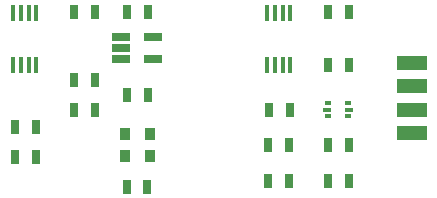
<source format=gbr>
G04 #@! TF.FileFunction,Paste,Top*
%FSLAX46Y46*%
G04 Gerber Fmt 4.6, Leading zero omitted, Abs format (unit mm)*
G04 Created by KiCad (PCBNEW 4.0.7-e2-6376~61~ubuntu18.04.1) date Fri Jul  6 14:55:34 2018*
%MOMM*%
%LPD*%
G01*
G04 APERTURE LIST*
%ADD10C,0.100000*%
%ADD11R,0.450000X1.450000*%
%ADD12R,0.800000X1.143000*%
%ADD13R,0.500000X0.375000*%
%ADD14R,0.650000X0.300000*%
%ADD15R,2.500000X1.250000*%
%ADD16R,0.900000X1.000000*%
%ADD17R,1.560000X0.650000*%
G04 APERTURE END LIST*
D10*
D11*
X154000000Y-77200000D03*
X154650000Y-77200000D03*
X155300000Y-77200000D03*
X155950000Y-77200000D03*
X155950000Y-72800000D03*
X155300000Y-72800000D03*
X154650000Y-72800000D03*
X154000000Y-72800000D03*
D12*
X143850000Y-87500000D03*
X142100000Y-87500000D03*
X137650000Y-81000000D03*
X139400000Y-81000000D03*
X142150000Y-72750000D03*
X143900000Y-72750000D03*
X137650000Y-72750000D03*
X139400000Y-72750000D03*
X159150000Y-72750000D03*
X160900000Y-72750000D03*
X154150000Y-81000000D03*
X155900000Y-81000000D03*
X132650000Y-82500000D03*
X134400000Y-82500000D03*
D13*
X159150000Y-80462500D03*
X159150000Y-81537500D03*
D14*
X160925000Y-81000000D03*
X159075000Y-81000000D03*
D13*
X160850000Y-81537500D03*
X160850000Y-80462500D03*
D15*
X166250000Y-83000000D03*
X166250000Y-79000000D03*
X166250000Y-77000000D03*
X166250000Y-81000000D03*
D12*
X159150000Y-77250000D03*
X160900000Y-77250000D03*
X159150000Y-84000000D03*
X160900000Y-84000000D03*
X159150000Y-87000000D03*
X160900000Y-87000000D03*
X142150000Y-79750000D03*
X143900000Y-79750000D03*
X132650000Y-85000000D03*
X134400000Y-85000000D03*
X137650000Y-78500000D03*
X139400000Y-78500000D03*
X155850000Y-84000000D03*
X154100000Y-84000000D03*
X155850000Y-87000000D03*
X154100000Y-87000000D03*
D16*
X144050000Y-83050000D03*
X141950000Y-83050000D03*
X141950000Y-84950000D03*
X144050000Y-84950000D03*
D17*
X141650000Y-74800000D03*
X141650000Y-75750000D03*
X141650000Y-76700000D03*
X144350000Y-76700000D03*
X144350000Y-74800000D03*
D11*
X132500000Y-77200000D03*
X133150000Y-77200000D03*
X133800000Y-77200000D03*
X134450000Y-77200000D03*
X134450000Y-72800000D03*
X133800000Y-72800000D03*
X133150000Y-72800000D03*
X132500000Y-72800000D03*
M02*

</source>
